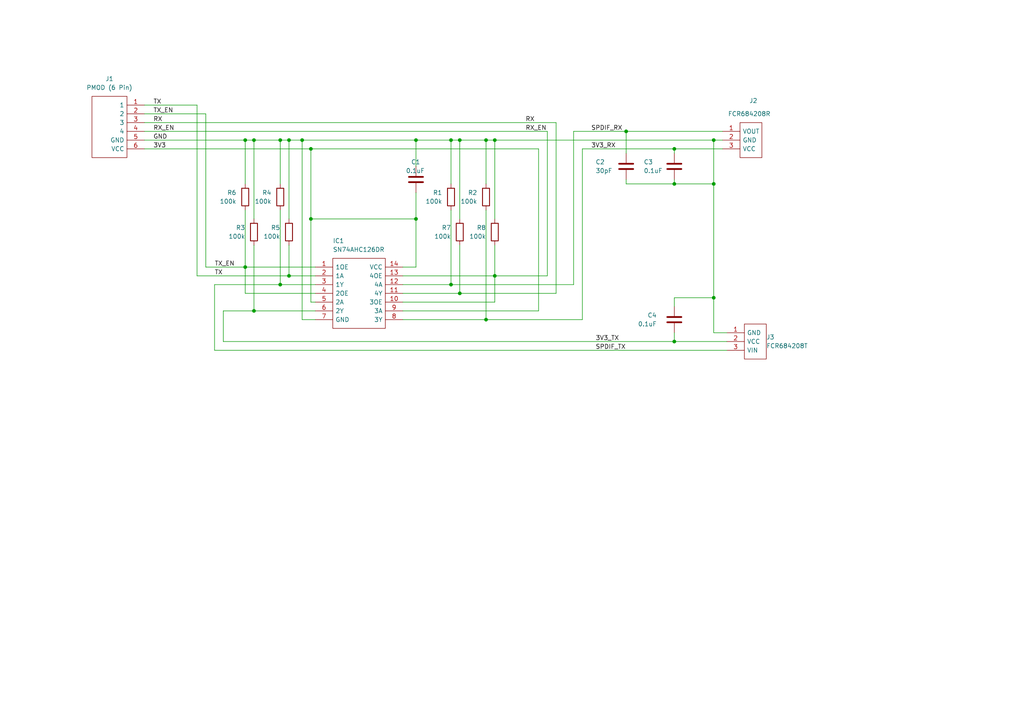
<source format=kicad_sch>
(kicad_sch (version 20230121) (generator eeschema)
  (paper "A4")
  (title_block (title "PMOD_OPTICAL") (date "2023-07-27") (rev "2c"))
  (lib_symbols
    (symbol "CliffElectronicComponents:FCR684208R" (pin_names (offset 0.762))
      (property "Reference" "J" (at -3.81 10.16 0))
      (property "Value" "FCR684208R" (at -3.81 7.62 0))
      (symbol "FCR684208R_0_0"
        (pin passive line (at 7.62 -2.54 180) (length 5.08) (name "VOUT") (number "1"))
        (pin passive line (at 7.62 0 180) (length 5.08) (name "GND") (number "2"))
        (pin passive line (at 7.62 2.54 180) (length 5.08) (name "VCC") (number "3"))
      )
      (symbol "FCR684208R_0_1"
        (polyline (pts (xy -3.81 5.08) (xy 2.54 5.08) (xy 2.54 -5.08) (xy -3.81 -5.08) (xy -3.81 5.08)) (stroke (width 0.1524)))
      )
    )
    (symbol "CliffElectronicComponents:FCR684208T" (pin_names (offset 0.762))
      (property "Reference" "J" (at -2.54 10.16 0))
      (property "Value" "FCR684208T" (at -2.54 7.62 0))
      (symbol "FCR684208T_0_0"
        (pin passive line (at -7.62 2.54 0) (length 5.08) (name "GND") (number "1"))
        (pin passive line (at -7.62 0 0) (length 5.08) (name "VCC") (number "2"))
        (pin passive line (at -7.62 -2.54 0) (length 5.08) (name "VIN") (number "3"))
      )
      (symbol "FCR684208T_0_1"
        (polyline (pts (xy -2.54 5.08) (xy 3.81 5.08) (xy 3.81 -5.08) (xy -2.54 -5.08) (xy -2.54 5.08)) (stroke (width 0.1524)))
      )
    )
    (symbol "Device:C" (pin_numbers hide) (pin_names (offset 0.254))
      (property "Reference" "C" (at 0.635 2.54 0))
      (property "Value" "C" (at 0.635 -2.54 0))
      (symbol "C_0_1"
        (polyline (pts (xy -2.032 -0.762) (xy 2.032 -0.762)) (stroke (width 0.508)))
        (polyline (pts (xy -2.032 0.762) (xy 2.032 0.762)) (stroke (width 0.508)))
      )
      (symbol "C_1_1"
        (pin passive line (at 0 3.81 270) (length 2.794) (name "~") (number "1"))
        (pin passive line (at 0 -3.81 90) (length 2.794) (name "~") (number "2"))
      )
    )
    (symbol "Device:R" (pin_numbers hide) (pin_names (offset 0))
      (property "Reference" "R" (at 2.032 0 90))
      (property "Value" "R" (at 0 0 90))
      (symbol "R_0_1"
        (rectangle (start -1.016 -2.54) (end 1.016 2.54) (stroke (width 0.254)))
      )
      (symbol "R_1_1"
        (pin passive line (at 0 3.81 270) (length 1.27) (name "~") (number "1"))
        (pin passive line (at 0 -3.81 90) (length 1.27) (name "~") (number "2"))
      )
    )
    (symbol "Digilent:PMOD (6 Pin)" (pin_names (offset 0.762))
      (property "Reference" "J" (at 16.51 7.62 0))
      (property "Value" "PMOD (6 Pin)" (at 16.51 5.08 0))
      (symbol "PMOD (6 Pin)_0_0"
        (pin passive line (at 0 0 0) (length 5.08) (name "1") (number "1"))
        (pin passive line (at 0 -2.54 0) (length 5.08) (name "2") (number "2"))
        (pin passive line (at 0 -5.08 0) (length 5.08) (name "3") (number "3"))
        (pin passive line (at 0 -7.62 0) (length 5.08) (name "4") (number "4"))
        (pin power_out line (at 0 -10.16 0) (length 5.08) (name "GND") (number "5"))
        (pin power_out line (at 0 -12.7 0) (length 5.08) (name "VCC") (number "6"))
      )
      (symbol "PMOD (6 Pin)_0_1"
        (polyline (pts (xy 5.08 2.54) (xy 15.24 2.54) (xy 15.24 -15.24) (xy 5.08 -15.24) (xy 5.08 2.54)) (stroke (width 0.1524)))
      )
    )
    (symbol "TexasInstruments:SN74AHC126DR" (pin_names (offset 0.762))
      (property "Reference" "IC" (at 5.08 7.62 0))
      (property "Value" "SN74AHC126DR" (at 5.08 5.08 0))
      (symbol "SN74AHC126DR_0_0"
        (pin passive line (at 0 0 0) (length 5.08) (name "1OE") (number "1"))
        (pin passive line (at 25.4 -10.16 180) (length 5.08) (name "3OE") (number "10"))
        (pin passive line (at 25.4 -7.62 180) (length 5.08) (name "4Y") (number "11"))
        (pin passive line (at 25.4 -5.08 180) (length 5.08) (name "4A") (number "12"))
        (pin passive line (at 25.4 -2.54 180) (length 5.08) (name "4OE") (number "13"))
        (pin passive line (at 25.4 0 180) (length 5.08) (name "VCC") (number "14"))
        (pin passive line (at 0 -2.54 0) (length 5.08) (name "1A") (number "2"))
        (pin passive line (at 0 -5.08 0) (length 5.08) (name "1Y") (number "3"))
        (pin passive line (at 0 -7.62 0) (length 5.08) (name "2OE") (number "4"))
        (pin passive line (at 0 -10.16 0) (length 5.08) (name "2A") (number "5"))
        (pin passive line (at 0 -12.7 0) (length 5.08) (name "2Y") (number "6"))
        (pin passive line (at 0 -15.24 0) (length 5.08) (name "GND") (number "7"))
        (pin passive line (at 25.4 -15.24 180) (length 5.08) (name "3Y") (number "8"))
        (pin passive line (at 25.4 -12.7 180) (length 5.08) (name "3A") (number "9"))
      )
      (symbol "SN74AHC126DR_0_1"
        (polyline (pts (xy 5.08 2.54) (xy 20.32 2.54) (xy 20.32 -17.78) (xy 5.08 -17.78) (xy 5.08 2.54)) (stroke (width 0.1524)))
      )
    )
  )
  (junction (at 133.35 85.09))
  (junction (at 87.63 40.64))
  (junction (at 207.01 40.64))
  (junction (at 81.28 82.55))
  (junction (at 143.51 80.01))
  (junction (at 133.35 40.64))
  (junction (at 140.97 40.64))
  (junction (at 120.65 40.64))
  (junction (at 90.17 43.18))
  (junction (at 83.82 40.64))
  (junction (at 195.58 43.18))
  (junction (at 130.81 82.55))
  (junction (at 181.61 38.1))
  (junction (at 207.01 53.34))
  (junction (at 195.58 99.06))
  (junction (at 71.12 77.47))
  (junction (at 90.17 63.5))
  (junction (at 73.66 40.64))
  (junction (at 207.01 86.36))
  (junction (at 143.51 40.64))
  (junction (at 140.97 92.71))
  (junction (at 73.66 90.17))
  (junction (at 71.12 40.64))
  (junction (at 130.81 40.64))
  (junction (at 120.65 63.5))
  (junction (at 83.82 80.01))
  (junction (at 195.58 53.34))
  (junction (at 81.28 40.64))
  (wire (pts (xy 143.51 71.12) (xy 143.51 80.01)))
  (wire (pts (xy 195.58 43.18) (xy 195.58 44.45)))
  (wire (pts (xy 90.17 87.63) (xy 90.17 63.5)))
  (wire (pts (xy 57.15 80.01) (xy 83.82 80.01)))
  (wire (pts (xy 130.81 40.64) (xy 130.81 53.34)))
  (wire (pts (xy 62.23 82.55) (xy 62.23 101.6)))
  (wire (pts (xy 71.12 85.09) (xy 91.44 85.09)))
  (wire (pts (xy 140.97 92.71) (xy 140.97 60.96)))
  (wire (pts (xy 64.77 90.17) (xy 64.77 99.06)))
  (wire (pts (xy 116.84 80.01) (xy 143.51 80.01)))
  (wire (pts (xy 133.35 40.64) (xy 140.97 40.64)))
  (wire (pts (xy 116.84 92.71) (xy 140.97 92.71)))
  (wire (pts (xy 91.44 87.63) (xy 90.17 87.63)))
  (wire (pts (xy 168.91 43.18) (xy 195.58 43.18)))
  (wire (pts (xy 91.44 90.17) (xy 73.66 90.17)))
  (wire (pts (xy 83.82 63.5) (xy 83.82 40.64)))
  (wire (pts (xy 87.63 40.64) (xy 87.63 92.71)))
  (wire (pts (xy 195.58 53.34) (xy 181.61 53.34)))
  (wire (pts (xy 181.61 52.07) (xy 181.61 53.34)))
  (wire (pts (xy 57.15 30.48) (xy 57.15 80.01)))
  (wire (pts (xy 143.51 80.01) (xy 143.51 87.63)))
  (wire (pts (xy 116.84 85.09) (xy 133.35 85.09)))
  (wire (pts (xy 73.66 90.17) (xy 73.66 71.12)))
  (wire (pts (xy 83.82 80.01) (xy 83.82 71.12)))
  (wire (pts (xy 140.97 92.71) (xy 168.91 92.71)))
  (wire (pts (xy 140.97 40.64) (xy 140.97 53.34)))
  (wire (pts (xy 59.69 33.02) (xy 41.91 33.02)))
  (wire (pts (xy 81.28 82.55) (xy 91.44 82.55)))
  (wire (pts (xy 181.61 38.1) (xy 209.55 38.1)))
  (wire (pts (xy 71.12 40.64) (xy 73.66 40.64)))
  (wire (pts (xy 73.66 90.17) (xy 64.77 90.17)))
  (wire (pts (xy 207.01 96.52) (xy 210.82 96.52)))
  (wire (pts (xy 59.69 33.02) (xy 59.69 77.47)))
  (wire (pts (xy 161.29 35.56) (xy 161.29 85.09)))
  (wire (pts (xy 120.65 63.5) (xy 120.65 77.47)))
  (wire (pts (xy 207.01 53.34) (xy 207.01 86.36)))
  (wire (pts (xy 158.75 38.1) (xy 158.75 80.01)))
  (wire (pts (xy 143.51 40.64) (xy 143.51 63.5)))
  (wire (pts (xy 143.51 80.01) (xy 158.75 80.01)))
  (wire (pts (xy 166.37 82.55) (xy 166.37 38.1)))
  (wire (pts (xy 91.44 92.71) (xy 87.63 92.71)))
  (wire (pts (xy 71.12 60.96) (xy 71.12 77.47)))
  (wire (pts (xy 41.91 38.1) (xy 158.75 38.1)))
  (wire (pts (xy 207.01 40.64) (xy 209.55 40.64)))
  (wire (pts (xy 168.91 92.71) (xy 168.91 43.18)))
  (wire (pts (xy 81.28 82.55) (xy 62.23 82.55)))
  (wire (pts (xy 83.82 40.64) (xy 87.63 40.64)))
  (wire (pts (xy 116.84 77.47) (xy 120.65 77.47)))
  (wire (pts (xy 71.12 77.47) (xy 71.12 85.09)))
  (wire (pts (xy 181.61 38.1) (xy 181.61 44.45)))
  (wire (pts (xy 81.28 40.64) (xy 83.82 40.64)))
  (wire (pts (xy 140.97 40.64) (xy 143.51 40.64)))
  (wire (pts (xy 71.12 77.47) (xy 91.44 77.47)))
  (wire (pts (xy 87.63 40.64) (xy 120.65 40.64)))
  (wire (pts (xy 116.84 82.55) (xy 130.81 82.55)))
  (wire (pts (xy 64.77 99.06) (xy 195.58 99.06)))
  (wire (pts (xy 195.58 43.18) (xy 209.55 43.18)))
  (wire (pts (xy 195.58 99.06) (xy 210.82 99.06)))
  (wire (pts (xy 120.65 40.64) (xy 130.81 40.64)))
  (wire (pts (xy 207.01 40.64) (xy 207.01 53.34)))
  (wire (pts (xy 90.17 43.18) (xy 156.21 43.18)))
  (wire (pts (xy 41.91 40.64) (xy 71.12 40.64)))
  (wire (pts (xy 195.58 86.36) (xy 195.58 88.9)))
  (wire (pts (xy 90.17 43.18) (xy 90.17 63.5)))
  (wire (pts (xy 116.84 90.17) (xy 156.21 90.17)))
  (wire (pts (xy 195.58 86.36) (xy 207.01 86.36)))
  (wire (pts (xy 71.12 40.64) (xy 71.12 53.34)))
  (wire (pts (xy 73.66 40.64) (xy 81.28 40.64)))
  (wire (pts (xy 81.28 82.55) (xy 81.28 60.96)))
  (wire (pts (xy 195.58 52.07) (xy 195.58 53.34)))
  (wire (pts (xy 41.91 43.18) (xy 90.17 43.18)))
  (wire (pts (xy 156.21 90.17) (xy 156.21 43.18)))
  (wire (pts (xy 120.65 40.64) (xy 120.65 48.26)))
  (wire (pts (xy 143.51 40.64) (xy 207.01 40.64)))
  (wire (pts (xy 133.35 85.09) (xy 133.35 71.12)))
  (wire (pts (xy 130.81 40.64) (xy 133.35 40.64)))
  (wire (pts (xy 91.44 80.01) (xy 83.82 80.01)))
  (wire (pts (xy 195.58 96.52) (xy 195.58 99.06)))
  (wire (pts (xy 62.23 101.6) (xy 210.82 101.6)))
  (wire (pts (xy 133.35 40.64) (xy 133.35 63.5)))
  (wire (pts (xy 41.91 30.48) (xy 57.15 30.48)))
  (wire (pts (xy 81.28 40.64) (xy 81.28 53.34)))
  (wire (pts (xy 41.91 35.56) (xy 161.29 35.56)))
  (wire (pts (xy 130.81 82.55) (xy 166.37 82.55)))
  (wire (pts (xy 161.29 85.09) (xy 133.35 85.09)))
  (wire (pts (xy 120.65 55.88) (xy 120.65 63.5)))
  (wire (pts (xy 90.17 63.5) (xy 120.65 63.5)))
  (wire (pts (xy 130.81 82.55) (xy 130.81 60.96)))
  (wire (pts (xy 207.01 86.36) (xy 207.01 96.52)))
  (wire (pts (xy 143.51 87.63) (xy 116.84 87.63)))
  (wire (pts (xy 166.37 38.1) (xy 181.61 38.1)))
  (wire (pts (xy 73.66 40.64) (xy 73.66 63.5)))
  (wire (pts (xy 59.69 77.47) (xy 71.12 77.47)))
  (wire (pts (xy 195.58 53.34) (xy 207.01 53.34)))
  (label "3V3" (at 44.45 43.18 0))
  (label "SPDIF_TX" (at 172.72 101.6 0))
  (label "3V3_TX" (at 172.72 99.06 0))
  (label "SPDIF_RX" (at 171.45 38.1 0))
  (label "TX_EN" (at 44.45 33.02 0))
  (label "RX_EN" (at 152.4 38.1 0))
  (label "RX" (at 152.4 35.56 0))
  (label "TX" (at 44.45 30.48 0))
  (label "RX" (at 44.45 35.56 0))
  (label "TX" (at 62.23 80.01 0))
  (label "RX_EN" (at 44.45 38.1 0))
  (label "3V3_RX" (at 171.45 43.18 0))
  (label "TX_EN" (at 62.23 77.47 0))
  (label "GND" (at 44.45 40.64 0))
  (symbol (lib_id "Device:R") (at 71.12 57.15 0) (mirror y) (unit 1)
    (property "Reference" "R6" (at 68.58 55.88 0) (effects (justify left)))
    (property "Value" "100k" (at 68.58 58.42 0) (effects (justify left)))
    (property "Footprint" "Resistor_SMD:R_0805_2012Metric_Pad1.20x1.40mm_HandSolder" (effects hide))
    (property "Part" "0805 SMD Resistor" (effects hide))
  )
  (symbol (lib_id "Device:C") (at 181.61 48.26 0) (unit 1)
    (property "Reference" "C2" (at 172.72 46.99 0) (effects (justify left)))
    (property "Value" "30pF" (at 172.72 49.53 0) (effects (justify left)))
    (property "Footprint" "Capacitor_SMD:C_0805_2012Metric_Pad1.18x1.45mm_HandSolder" (effects hide))
    (property "Part" "0805 SMD Capacitor" (effects hide))
  )
  (symbol (lib_id "Device:C") (at 195.58 48.26 0) (unit 1)
    (property "Reference" "C3" (at 186.69 46.99 0) (effects (justify left)))
    (property "Value" "0.1uF" (at 186.69 49.53 0) (effects (justify left)))
    (property "Footprint" "Capacitor_SMD:C_0805_2012Metric_Pad1.18x1.45mm_HandSolder" (effects hide))
    (property "Part" "0805 SMD Capacitor" (effects hide))
  )
  (symbol (lib_id "Device:C") (at 120.65 52.07 180) (unit 1)
    (property "Reference" "C1" (at 121.92 46.99 0) (effects (justify left)))
    (property "Value" "0.1uF" (at 123.19 49.53 0) (effects (justify left)))
    (property "Footprint" "Capacitor_SMD:C_0805_2012Metric_Pad1.18x1.45mm_HandSolder" (effects hide))
    (property "Part" "0805 SMD Capacitor" (effects hide))
  )
  (symbol (lib_id "Device:R") (at 143.51 67.31 0) (mirror y) (unit 1)
    (property "Reference" "R8" (at 140.97 66.04 0) (effects (justify left)))
    (property "Value" "100k" (at 140.97 68.58 0) (effects (justify left)))
    (property "Footprint" "Resistor_SMD:R_0805_2012Metric_Pad1.20x1.40mm_HandSolder" (effects hide))
    (property "Part" "0805 SMD Resistor" (effects hide))
  )
  (symbol (lib_id "Device:R") (at 81.28 57.15 0) (mirror y) (unit 1)
    (property "Reference" "R4" (at 78.74 55.88 0) (effects (justify left)))
    (property "Value" "100k" (at 78.74 58.42 0) (effects (justify left)))
    (property "Footprint" "Resistor_SMD:R_0805_2012Metric_Pad1.20x1.40mm_HandSolder" (effects hide))
    (property "Part" "0805 SMD Resistor" (effects hide))
  )
  (symbol (lib_id "Device:R") (at 73.66 67.31 0) (mirror y) (unit 1)
    (property "Reference" "R3" (at 71.12 66.04 0) (effects (justify left)))
    (property "Value" "100k" (at 71.12 68.58 0) (effects (justify left)))
    (property "Footprint" "Resistor_SMD:R_0805_2012Metric_Pad1.20x1.40mm_HandSolder" (effects hide))
    (property "Part" "0805 SMD Resistor" (effects hide))
  )
  (symbol (lib_id "Device:R") (at 130.81 57.15 0) (mirror y) (unit 1)
    (property "Reference" "R1" (at 128.27 55.88 0) (effects (justify left)))
    (property "Value" "100k" (at 128.27 58.42 0) (effects (justify left)))
    (property "Footprint" "Resistor_SMD:R_0805_2012Metric_Pad1.20x1.40mm_HandSolder" (effects hide))
    (property "Part" "0805 SMD Resistor" (effects hide))
  )
  (symbol (lib_id "Digilent:PMOD (6 Pin)") (at 41.91 30.48 0) (mirror y) (unit 1)
    (property "Reference" "J1" (at 31.75 22.86 0))
    (property "Value" "PMOD (6 Pin)" (at 31.75 25.4 0))
    (property "Footprint" "Digilent:PMOD (6 Pin)" (effects hide))
    (property "Part" "1x6 0.1 Inch pitch right angle pin header" (effects hide))
  )
  (symbol (lib_id "CliffElectronicComponents:FCR684208R") (at 217.17 40.64 180) (unit 1)
    (property "Reference" "J2" (at 219.71 29.21 0) (effects (justify left)))
    (property "Value" "FCR684208R" (at 223.52 33.02 0) (effects (justify left)))
    (property "Footprint" "CliffElectronicComponents:FCR684208R" (effects hide))
    (property "Datasheet" "https://www.cliffuk.co.uk/products/optical/FCR684208R.pdf" (effects hide))
    (property "Part" "FCR684208R" (effects hide))
    (property "Vendor" "Cliff Electronics Components" (effects hide))
  )
  (symbol (lib_id "Device:R") (at 140.97 57.15 0) (mirror y) (unit 1)
    (property "Reference" "R2" (at 138.43 55.88 0) (effects (justify left)))
    (property "Value" "100k" (at 138.43 58.42 0) (effects (justify left)))
    (property "Footprint" "Resistor_SMD:R_0805_2012Metric_Pad1.20x1.40mm_HandSolder" (effects hide))
    (property "Part" "0805 SMD Resistor" (effects hide))
  )
  (symbol (lib_id "TexasInstruments:SN74AHC126DR") (at 91.44 77.47 0) (unit 1)
    (property "Reference" "IC1" (at 96.52 69.85 0) (effects (justify left)))
    (property "Value" "SN74AHC126DR" (at 96.52 72.39 0) (effects (justify left)))
    (property "Footprint" "TexasInstruments:SOIC_SN74AHC126DR" (effects hide))
    (property "Datasheet" "https://www.ti.com/lit/gpn/SN74AHC126" (effects hide))
    (property "Part" "SOIC SMD SN74AHC126DR" (effects hide))
    (property "Vendor" "Texas Instruments" (effects hide))
  )
  (symbol (lib_id "Device:R") (at 133.35 67.31 0) (mirror y) (unit 1)
    (property "Reference" "R7" (at 130.81 66.04 0) (effects (justify left)))
    (property "Value" "100k" (at 130.81 68.58 0) (effects (justify left)))
    (property "Footprint" "Resistor_SMD:R_0805_2012Metric_Pad1.20x1.40mm_HandSolder" (effects hide))
    (property "Part" "0805 SMD Resistor" (effects hide))
  )
  (symbol (lib_id "CliffElectronicComponents:FCR684208T") (at 218.44 99.06 0) (unit 1)
    (property "Reference" "J3" (at 222.25 97.79 0) (effects (justify left)))
    (property "Value" "FCR684208T" (at 222.25 100.33 0) (effects (justify left)))
    (property "Footprint" "CliffElectronicComponents:FCR684208T" (effects hide))
    (property "Datasheet" "https://www.cliffuk.co.uk/products/optical/FCR684208T.pdf" (effects hide))
    (property "Part" "FCR684208T" (effects hide))
    (property "Vendor" "Cliff Electronics Components" (effects hide))
  )
  (symbol (lib_id "Device:R") (at 83.82 67.31 0) (mirror y) (unit 1)
    (property "Reference" "R5" (at 81.28 66.04 0) (effects (justify left)))
    (property "Value" "100k" (at 81.28 68.58 0) (effects (justify left)))
    (property "Footprint" "Resistor_SMD:R_0805_2012Metric_Pad1.20x1.40mm_HandSolder" (effects hide))
    (property "Part" "0805 SMD Resistor" (effects hide))
  )
  (symbol (lib_id "Device:C") (at 195.58 92.71 180) (unit 1)
    (property "Reference" "C4" (at 190.5 91.44 0) (effects (justify left)))
    (property "Value" "0.1uF" (at 190.5 93.98 0) (effects (justify left)))
    (property "Footprint" "Capacitor_SMD:C_0805_2012Metric_Pad1.18x1.45mm_HandSolder" (effects hide))
    (property "Part" "0805 SMD Capacitor" (effects hide))
  )
)
</source>
